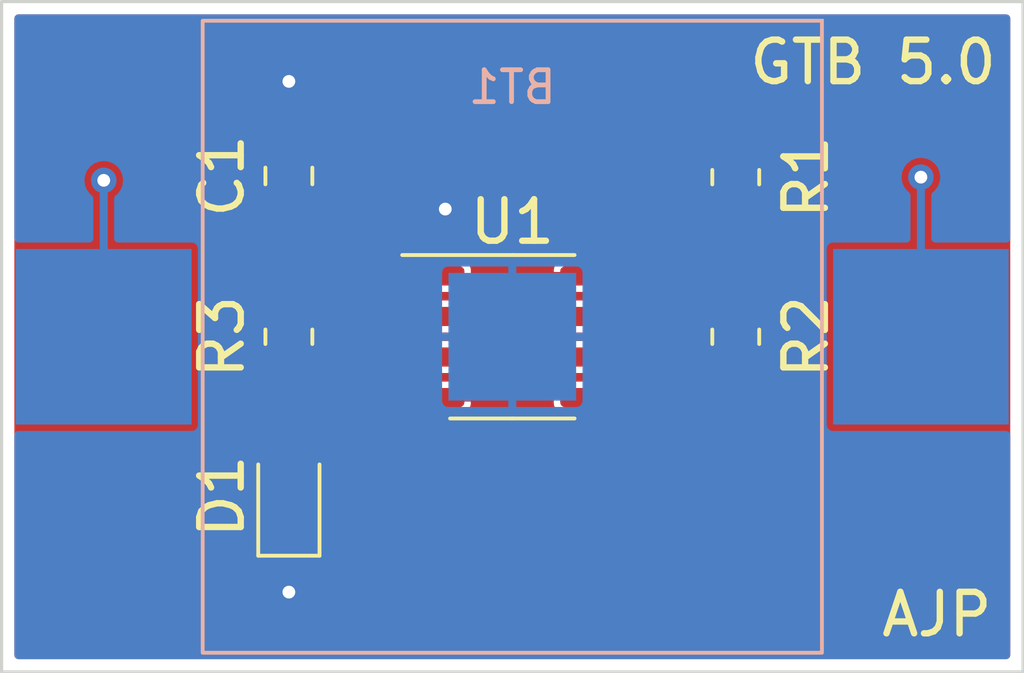
<source format=kicad_pcb>
(kicad_pcb (version 20211014) (generator pcbnew)
  (layers (0 "F.Cu" signal) (31 "B.Cu" signal) (34 "B.Paste" user) (35 "F.Paste" user) (36 "B.SilkS" user "B.Silkscreen") (37 "F.SilkS" user "F.Silkscreen") (38 "B.Mask" user) (39 "F.Mask" user) (44 "Edge.Cuts" user))
  (net 0 "")
  (net 1 "/VDD")
  (net 2 "GND")
  (net 3 "/THR")
  (net 4 "Net-(D1-Pad2)")
  (net 5 "/DIS")
  (net 6 "/OUT")
  (footprint "Resistor_SMD:R_0805_2012Metric_Pad1.20x1.40mm_HandSolder" (layer "F.Cu") (at 151 101 -90)
    (fp_text reference "R2" (at 0 -2.2 90) (layer "F.SilkS") (effects (font (size 1.3 1.3) (thickness 0.2))))
    (fp_text value "470K" hide)
    (fp_line (start -0.227064 0.735) (end 0.227064 0.735) (layer "F.SilkS") (width 0.12))
    (fp_line (start -0.227064 -0.735) (end 0.227064 -0.735) (layer "F.SilkS") (width 0.12))
    (pad "1" smd roundrect (at -1 0 270) (size 1.2 1.4) (layers "F.Cu" "F.Paste" "F.Mask") (roundrect_rratio 0.208333) (net 5 "/DIS"))
    (pad "2" smd roundrect (at 1 0 270) (size 1.2 1.4) (layers "F.Cu" "F.Paste" "F.Mask") (roundrect_rratio 0.208333) (net 3 "/THR"))
  )
  (footprint "Resistor_SMD:R_0805_2012Metric_Pad1.20x1.40mm_HandSolder" (layer "F.Cu") (at 151 96 -90)
    (fp_text reference "R1" (at 0 -2.2 90) (layer "F.SilkS") (effects (font (size 1.3 1.3) (thickness 0.2))))
    (fp_text value "1K" hide)
    (fp_line (start -0.227064 0.735) (end 0.227064 0.735) (layer "F.SilkS") (width 0.12))
    (fp_line (start -0.227064 -0.735) (end 0.227064 -0.735) (layer "F.SilkS") (width 0.12))
    (pad "1" smd roundrect (at -1 0 270) (size 1.2 1.4) (layers "F.Cu" "F.Paste" "F.Mask") (roundrect_rratio 0.208333) (net 1 "/VDD"))
    (pad "2" smd roundrect (at 1 0 270) (size 1.2 1.4) (layers "F.Cu" "F.Paste" "F.Mask") (roundrect_rratio 0.208333) (net 5 "/DIS"))
  )
  (footprint "Capacitor_SMD:C_0805_2012Metric_Pad1.18x1.45mm_HandSolder" (layer "F.Cu") (at 137 95.9625 90)
    (fp_text reference "C1" (at 0 -2.1 90) (layer "F.SilkS") (effects (font (size 1.3 1.3) (thickness 0.2))))
    (fp_text value "1U" hide)
    (fp_line (start -0.261252 -0.735) (end 0.261252 -0.735) (layer "F.SilkS") (width 0.12))
    (fp_line (start -0.261252 0.735) (end 0.261252 0.735) (layer "F.SilkS") (width 0.12))
    (pad "1" smd roundrect (at -1.0375 0 90) (size 1.175 1.45) (layers "F.Cu" "F.Paste" "F.Mask") (roundrect_rratio 0.212766) (net 3 "/THR"))
    (pad "2" smd roundrect (at 1.0375 0 90) (size 1.175 1.45) (layers "F.Cu" "F.Paste" "F.Mask") (roundrect_rratio 0.212766) (net 2 "GND"))
  )
  (footprint "Package_SO:SOIC-8_3.9x4.9mm_P1.27mm" (layer "F.Cu") (at 144 101)
    (fp_text reference "U1" (at 0 -3.6) (layer "F.SilkS") (effects (font (size 1.3 1.3) (thickness 0.2))))
    (fp_text value "7555")
    (fp_line (start 0 -2.56) (end 1.95 -2.56) (layer "F.SilkS") (width 0.12))
    (fp_line (start 0 2.56) (end -1.95 2.56) (layer "F.SilkS") (width 0.12))
    (fp_line (start 0 2.56) (end 1.95 2.56) (layer "F.SilkS") (width 0.12))
    (fp_line (start 0 -2.56) (end -3.45 -2.56) (layer "F.SilkS") (width 0.12))
    (pad "1" smd roundrect (at -2.475 -1.905) (size 1.95 0.6) (layers "F.Cu" "F.Paste" "F.Mask") (net 2 "GND"))
    (pad "2" smd roundrect (at -2.475 -0.635) (size 1.95 0.6) (layers "F.Cu" "F.Paste" "F.Mask") (net 3 "/THR"))
    (pad "3" smd roundrect (at -2.475 0.635) (size 1.95 0.6) (layers "F.Cu" "F.Paste" "F.Mask") (net 6 "/OUT"))
    (pad "4" smd roundrect (at -2.475 1.905) (size 1.95 0.6) (layers "F.Cu" "F.Paste" "F.Mask") (net 1 "/VDD"))
    (pad "5" smd roundrect (at 2.475 1.905) (size 1.95 0.6) (layers "F.Cu" "F.Paste" "F.Mask"))
    (pad "6" smd roundrect (at 2.475 0.635) (size 1.95 0.6) (layers "F.Cu" "F.Paste" "F.Mask") (net 3 "/THR"))
    (pad "7" smd roundrect (at 2.475 -0.635) (size 1.95 0.6) (layers "F.Cu" "F.Paste" "F.Mask") (net 5 "/DIS"))
    (pad "8" smd roundrect (at 2.475 -1.905) (size 1.95 0.6) (layers "F.Cu" "F.Paste" "F.Mask") (net 1 "/VDD"))
  )
  (footprint "Resistor_SMD:R_0805_2012Metric_Pad1.20x1.40mm_HandSolder" (layer "F.Cu") (at 137 101 -90)
    (fp_text reference "R3" (at 0 2.1 90) (layer "F.SilkS") (effects (font (size 1.3 1.3) (thickness 0.2))))
    (fp_text value "1K" hide)
    (fp_line (start -0.227064 -0.735) (end 0.227064 -0.735) (layer "F.SilkS") (width 0.12))
    (fp_line (start -0.227064 0.735) (end 0.227064 0.735) (layer "F.SilkS") (width 0.12))
    (pad "1" smd roundrect (at -1 0 270) (size 1.2 1.4) (layers "F.Cu" "F.Paste" "F.Mask") (roundrect_rratio 0.208333) (net 6 "/OUT"))
    (pad "2" smd roundrect (at 1 0 270) (size 1.2 1.4) (layers "F.Cu" "F.Paste" "F.Mask") (roundrect_rratio 0.208333) (net 4 "Net-(D1-Pad2)"))
  )
  (footprint "LED_SMD:LED_0805_2012Metric_Pad1.15x1.40mm_HandSolder" (layer "F.Cu") (at 137 106 90)
    (fp_text reference "D1" (at 0 -2.1 90) (layer "F.SilkS") (effects (font (size 1.3 1.3) (thickness 0.2))))
    (fp_text value "LED" hide)
    (fp_line (start 1 -0.96) (end -1.86 -0.96) (layer "F.SilkS") (width 0.12))
    (fp_line (start -1.86 -0.96) (end -1.86 0.96) (layer "F.SilkS") (width 0.12))
    (fp_line (start -1.86 0.96) (end 1 0.96) (layer "F.SilkS") (width 0.12))
    (pad "1" smd roundrect (at -1.025 0 90) (size 1.15 1.4) (layers "F.Cu" "F.Paste" "F.Mask") (roundrect_rratio 0.217391) (net 2 "GND"))
    (pad "2" smd roundrect (at 1.025 0 90) (size 1.15 1.4) (layers "F.Cu" "F.Paste" "F.Mask") (roundrect_rratio 0.217391) (net 4 "Net-(D1-Pad2)"))
  )
  (footprint "GettingToBlink5:S8211-46R" (layer "B.Cu") (at 144 101 180)
    (fp_text reference "BT1" (at 0 7.82 unlocked) (layer "B.SilkS") (effects (justify mirror)))
    (fp_text value "CR2032")
    (fp_rect (start -9.7 9.9) (end 9.7 -9.9) (layer "B.SilkS") (width 0.12) (fill none))
    (pad "1" smd rect (at 12.8 0 180) (size 5.5 5.5) (layers "B.Cu" "B.Paste" "B.Mask") (net 1 "/VDD"))
    (pad "1" smd rect (at -12.8 0 180) (size 5.5 5.5) (layers "B.Cu" "B.Paste" "B.Mask") (net 1 "/VDD"))
    (pad "2" smd rect (at 0 0 180) (size 4 4) (layers "B.Cu" "B.Paste" "B.Mask") (net 2 "GND"))
  )
  (gr_rect (start 160 111.5) (end 128 90.5) (layer "Edge.Cuts") (width 0.1) (fill none))
  (gr_text "GTB 5.0" (at 155.3 92.4) (layer "F.SilkS") (effects (font (size 1.3 1.3) (thickness 0.2))))
  (gr_text "AJP" (at 157.3 109.7) (layer "F.SilkS") (effects (font (size 1.3 1.3) (thickness 0.2))))
  (via (at 131.2 96.1) (size 0.8) (drill 0.4) (layers "F.Cu" "B.Cu") (net 1))
  (via (at 156.8 96) (size 0.8) (drill 0.4) (layers "F.Cu" "B.Cu") (net 1))
  (segment (start 156.8 101) (end 156.8 96) (width 0.25) (layer "B.Cu") (net 1))
  (segment (start 131.2 101) (end 131.2 96.1) (width 0.25) (layer "B.Cu") (net 1))
  (segment (start 137 107.025) (end 137 109) (width 0.25) (layer "F.Cu") (net 2))
  (segment (start 137 94.9625) (end 137 93) (width 0.25) (layer "F.Cu") (net 2))
  (segment (start 141.525 99.095) (end 141.525 97.375) (width 0.25) (layer "F.Cu") (net 2))
  (segment (start 141.525 97.375) (end 141.9 97) (width 0.25) (layer "F.Cu") (net 2))
  (via (at 141.9 97) (size 0.8) (drill 0.4) (layers "F.Cu" "B.Cu") (net 2))
  (via (at 137 93) (size 0.8) (drill 0.4) (layers "F.Cu" "B.Cu") (net 2))
  (via (at 137 109) (size 0.8) (drill 0.4) (layers "F.Cu" "B.Cu") (net 2))
  (segment (start 150.635 101.635) (end 151 102) (width 0.25) (layer "F.Cu") (net 3))
  (segment (start 141.525 100.365) (end 143.365 100.365) (width 0.25) (layer "F.Cu") (net 3))
  (segment (start 143.365 100.365) (end 144.6 101.6) (width 0.25) (layer "F.Cu") (net 3))
  (segment (start 144.6 101.6) (end 144.635 101.635) (width 0.25) (layer "F.Cu") (net 3))
  (segment (start 144.635 101.635) (end 146.475 101.635) (width 0.25) (layer "F.Cu") (net 3))
  (segment (start 137 97) (end 140.365 100.365) (width 0.25) (layer "F.Cu") (net 3))
  (segment (start 146.475 101.635) (end 150.635 101.635) (width 0.25) (layer "F.Cu") (net 3))
  (segment (start 140.365 100.365) (end 141.525 100.365) (width 0.25) (layer "F.Cu") (net 3))
  (segment (start 137 102) (end 137 104.975) (width 0.25) (layer "F.Cu") (net 4))
  (segment (start 150.635 100.365) (end 151 100) (width 0.25) (layer "F.Cu") (net 5))
  (segment (start 146.475 100.365) (end 150.635 100.365) (width 0.25) (layer "F.Cu") (net 5))
  (segment (start 151 100) (end 151 97) (width 0.25) (layer "F.Cu") (net 5))
  (segment (start 137 100) (end 138.13 100) (width 0.25) (layer "F.Cu") (net 6))
  (segment (start 139.765 101.635) (end 141.525 101.635) (width 0.25) (layer "F.Cu") (net 6))
  (segment (start 138.13 100) (end 139.765 101.635) (width 0.25) (layer "F.Cu") (net 6))
  (zone (net 1) (net_name "/VDD") (layer "F.Cu") (connect_pads (clearance 0.2)) (min_thickness 0.25) (fill yes (thermal_gap 0.2) (thermal_bridge_width 0.25))
    (polygon (pts (xy 159.6 111.1) (xy 128.4 111.1) (xy 128.4 90.9) (xy 159.6 90.9)))
  )
  (zone (net 2) (net_name "GND") (layer "B.Cu") (connect_pads (clearance 0.2)) (min_thickness 0.25) (fill yes (thermal_gap 0.2) (thermal_bridge_width 0.25))
    (polygon (pts (xy 159.6 111.1) (xy 128.4 111.1) (xy 128.4 90.9) (xy 159.6 90.9)))
  )
)
</source>
